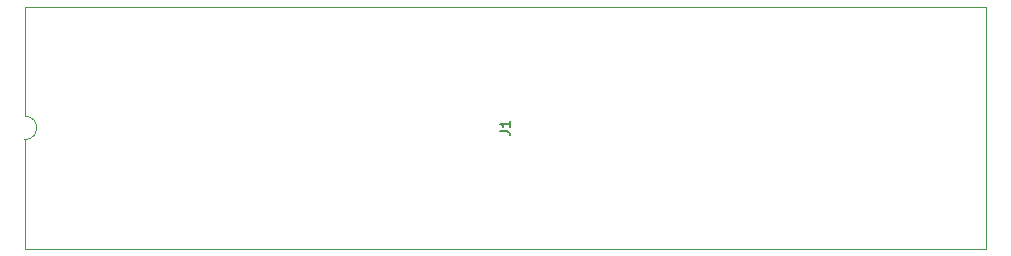
<source format=gbo>
G04 #@! TF.GenerationSoftware,KiCad,Pcbnew,(5.1.5-0-10_14)*
G04 #@! TF.CreationDate,2020-07-11T23:44:54-04:00*
G04 #@! TF.ProjectId,MacPlusVGA,4d616350-6c75-4735-9647-412e6b696361,rev?*
G04 #@! TF.SameCoordinates,Original*
G04 #@! TF.FileFunction,Legend,Bot*
G04 #@! TF.FilePolarity,Positive*
%FSLAX46Y46*%
G04 Gerber Fmt 4.6, Leading zero omitted, Abs format (unit mm)*
G04 Created by KiCad (PCBNEW (5.1.5-0-10_14)) date 2020-07-11 23:44:54*
%MOMM*%
%LPD*%
G04 APERTURE LIST*
%ADD10C,0.120000*%
%ADD11C,0.203200*%
%ADD12O,1.752400X1.752400*%
%ADD13R,1.752400X1.752400*%
%ADD14C,4.152400*%
%ADD15C,1.752400*%
G04 APERTURE END LIST*
D10*
X85030000Y-105363500D02*
X85030000Y-114633500D01*
X166430000Y-105363500D02*
X85030000Y-105363500D01*
X166430000Y-125903500D02*
X166430000Y-105363500D01*
X85030000Y-125903500D02*
X166430000Y-125903500D01*
X85030000Y-116633500D02*
X85030000Y-125903500D01*
X85030000Y-114633500D02*
G75*
G02X85030000Y-116633500I0J-1000000D01*
G01*
D11*
X125284895Y-115904433D02*
X125865466Y-115904433D01*
X125981580Y-115943138D01*
X126058990Y-116020547D01*
X126097695Y-116136661D01*
X126097695Y-116214071D01*
X126097695Y-115091633D02*
X126097695Y-115556090D01*
X126097695Y-115323861D02*
X125284895Y-115323861D01*
X125401009Y-115401271D01*
X125478419Y-115478680D01*
X125517123Y-115556090D01*
%LPC*%
D12*
X86360000Y-104140000D03*
X165100000Y-127127000D03*
X88900000Y-104140000D03*
X162560000Y-127127000D03*
X91440000Y-104140000D03*
X160020000Y-127127000D03*
X93980000Y-104140000D03*
X157480000Y-127127000D03*
X96520000Y-104140000D03*
X154940000Y-127127000D03*
X99060000Y-104140000D03*
X152400000Y-127127000D03*
X101600000Y-104140000D03*
X149860000Y-127127000D03*
X104140000Y-104140000D03*
X147320000Y-127127000D03*
X106680000Y-104140000D03*
X144780000Y-127127000D03*
X109220000Y-104140000D03*
X142240000Y-127127000D03*
X111760000Y-104140000D03*
X139700000Y-127127000D03*
X114300000Y-104140000D03*
X137160000Y-127127000D03*
X116840000Y-104140000D03*
X134620000Y-127127000D03*
X119380000Y-104140000D03*
X132080000Y-127127000D03*
X121920000Y-104140000D03*
X129540000Y-127127000D03*
X124460000Y-104140000D03*
X127000000Y-127127000D03*
X127000000Y-104140000D03*
X124460000Y-127127000D03*
X129540000Y-104140000D03*
X121920000Y-127127000D03*
X132080000Y-104140000D03*
X119380000Y-127127000D03*
X134620000Y-104140000D03*
X116840000Y-127127000D03*
X137160000Y-104140000D03*
X114300000Y-127127000D03*
X139700000Y-104140000D03*
X111760000Y-127127000D03*
X142240000Y-104140000D03*
X109220000Y-127127000D03*
X144780000Y-104140000D03*
X106680000Y-127127000D03*
X147320000Y-104140000D03*
X104140000Y-127127000D03*
X149860000Y-104140000D03*
X101600000Y-127127000D03*
X152400000Y-104140000D03*
X99060000Y-127127000D03*
X154940000Y-104140000D03*
X96520000Y-127127000D03*
X157480000Y-104140000D03*
X93980000Y-127127000D03*
X160020000Y-104140000D03*
X91440000Y-127127000D03*
X162560000Y-104140000D03*
X88900000Y-127127000D03*
X165100000Y-104140000D03*
D13*
X86360000Y-127127000D03*
D14*
X199800000Y-138150000D03*
X174800000Y-138150000D03*
D15*
X182455000Y-140060000D03*
X184745000Y-140060000D03*
X187035000Y-140060000D03*
X189325000Y-140060000D03*
X191615000Y-140060000D03*
X183600000Y-138080000D03*
X185890000Y-138080000D03*
X188180000Y-138080000D03*
X190470000Y-138080000D03*
X192760000Y-138080000D03*
X182455000Y-136100000D03*
X184745000Y-136100000D03*
X187035000Y-136100000D03*
X189325000Y-136100000D03*
D13*
X191615000Y-136100000D03*
M02*

</source>
